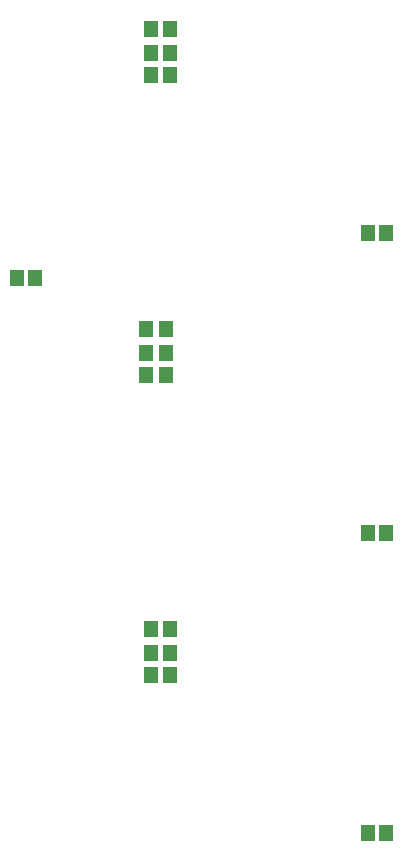
<source format=gbp>
G04 (created by PCBNEW-RS274X (2012-01-19 BZR 3256)-stable) date Wed 19 Feb 2014 20:33:19 CET*
G01*
G70*
G90*
%MOIN*%
G04 Gerber Fmt 3.4, Leading zero omitted, Abs format*
%FSLAX34Y34*%
G04 APERTURE LIST*
%ADD10C,0.006000*%
%ADD11R,0.047200X0.057000*%
G04 APERTURE END LIST*
G54D10*
G54D11*
X41100Y-29500D03*
X40500Y-29500D03*
X52800Y-28000D03*
X52200Y-28000D03*
X52800Y-38000D03*
X52200Y-38000D03*
X52800Y-48000D03*
X52200Y-48000D03*
X45625Y-21200D03*
X44975Y-22750D03*
X44975Y-21200D03*
X45625Y-22000D03*
X44975Y-22000D03*
X45625Y-22750D03*
X45475Y-31200D03*
X44825Y-32750D03*
X44825Y-31200D03*
X45475Y-32000D03*
X44825Y-32000D03*
X45475Y-32750D03*
X45625Y-41200D03*
X44975Y-42750D03*
X44975Y-41200D03*
X45625Y-42000D03*
X44975Y-42000D03*
X45625Y-42750D03*
M02*

</source>
